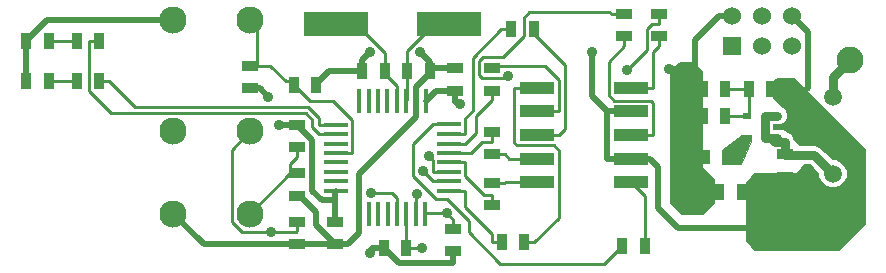
<source format=gtl>
G04 (created by PCBNEW (2013-07-07 BZR 4022)-stable) date 2014-02-07 12:39:16 PM*
%MOIN*%
G04 Gerber Fmt 3.4, Leading zero omitted, Abs format*
%FSLAX34Y34*%
G01*
G70*
G90*
G04 APERTURE LIST*
%ADD10C,0.00590551*%
%ADD11R,0.0177X0.0787*%
%ADD12R,0.0787X0.0177*%
%ADD13R,0.0629921X0.0472441*%
%ADD14R,0.055X0.035*%
%ADD15R,0.035X0.055*%
%ADD16R,0.06X0.06*%
%ADD17C,0.06*%
%ADD18R,0.11811X0.0393701*%
%ADD19C,0.0590551*%
%ADD20R,0.216535X0.0787402*%
%ADD21R,0.03X0.02*%
%ADD22C,0.0905512*%
%ADD23C,0.0893701*%
%ADD24C,0.035*%
%ADD25C,0.02*%
%ADD26C,0.01*%
%ADD27C,0.03*%
%ADD28C,0.00606299*%
%ADD29C,0.001*%
G04 APERTURE END LIST*
G54D10*
G54D11*
X43730Y-28746D03*
X43415Y-28746D03*
X43100Y-28746D03*
X42785Y-28746D03*
X42470Y-28746D03*
X42155Y-28746D03*
X41840Y-28746D03*
X41525Y-28746D03*
X41527Y-24980D03*
X43737Y-24980D03*
X43417Y-24980D03*
X43097Y-24980D03*
X42787Y-24980D03*
X42467Y-24980D03*
X42157Y-24980D03*
X41837Y-24980D03*
G54D12*
X40737Y-27962D03*
X40737Y-27648D03*
X40737Y-27332D03*
X40737Y-27018D03*
X40737Y-26702D03*
X40737Y-26388D03*
X40737Y-26072D03*
X40737Y-25758D03*
X44517Y-27960D03*
X44517Y-27650D03*
X44517Y-27330D03*
X44517Y-27020D03*
X44517Y-26710D03*
X44517Y-26390D03*
X44517Y-26070D03*
X44517Y-25750D03*
G54D13*
X53937Y-26850D03*
X52913Y-26850D03*
G54D14*
X39448Y-28130D03*
X39448Y-27380D03*
G54D15*
X32855Y-24295D03*
X32105Y-24295D03*
X31182Y-22956D03*
X30432Y-22956D03*
X31182Y-24295D03*
X30432Y-24295D03*
G54D14*
X44645Y-29981D03*
X44645Y-29231D03*
G54D15*
X53721Y-24566D03*
X52971Y-24566D03*
X55256Y-24566D03*
X54506Y-24566D03*
X53721Y-25472D03*
X52971Y-25472D03*
X54272Y-27992D03*
X53522Y-27992D03*
X50294Y-29803D03*
X51044Y-29803D03*
G54D14*
X39448Y-29745D03*
X39448Y-28995D03*
X39448Y-25766D03*
X39448Y-26516D03*
G54D15*
X43091Y-29881D03*
X42341Y-29881D03*
X40099Y-24448D03*
X39349Y-24448D03*
G54D14*
X37874Y-23798D03*
X37874Y-24548D03*
G54D15*
X32855Y-22956D03*
X32105Y-22956D03*
X42382Y-23976D03*
X41632Y-23976D03*
X43128Y-23976D03*
X43878Y-23976D03*
G54D14*
X55708Y-26750D03*
X55708Y-27500D03*
X44724Y-23876D03*
X44724Y-24626D03*
G54D15*
X46278Y-29685D03*
X47028Y-29685D03*
G54D14*
X51535Y-22065D03*
X51535Y-22815D03*
X50354Y-22065D03*
X50354Y-22815D03*
X45944Y-28445D03*
X45944Y-27695D03*
X45944Y-26002D03*
X45944Y-26752D03*
X45944Y-24626D03*
X45944Y-23876D03*
G54D15*
X46593Y-22559D03*
X47343Y-22559D03*
G54D14*
X40708Y-28995D03*
X40708Y-29745D03*
G54D16*
X53960Y-23137D03*
G54D17*
X53960Y-22137D03*
X54960Y-23137D03*
X54960Y-22137D03*
X55960Y-23137D03*
X55960Y-22137D03*
G54D18*
X50590Y-26102D03*
X47440Y-26102D03*
X50590Y-25314D03*
X47440Y-25314D03*
X47440Y-24527D03*
X50590Y-24527D03*
X50590Y-26889D03*
X50590Y-27677D03*
X47440Y-27677D03*
X47440Y-26889D03*
G54D19*
X57322Y-24842D03*
X57322Y-27401D03*
G54D20*
X40767Y-22401D03*
X44507Y-22401D03*
G54D21*
X55456Y-26205D03*
X55456Y-25455D03*
X54456Y-26205D03*
X55456Y-25830D03*
X54456Y-25455D03*
G54D22*
X37893Y-22283D03*
X35334Y-22283D03*
X37893Y-25984D03*
X35334Y-25984D03*
X37893Y-28740D03*
X35334Y-28740D03*
G54D23*
X57893Y-28602D03*
X57893Y-23602D03*
G54D24*
X43543Y-23346D03*
X41889Y-23346D03*
X49276Y-23346D03*
X50451Y-23942D03*
X43637Y-27313D03*
X41914Y-28028D03*
X38582Y-29344D03*
X43622Y-29881D03*
X44467Y-28718D03*
X43461Y-28071D03*
X46498Y-24128D03*
X43837Y-26803D03*
X51867Y-23907D03*
X38503Y-24842D03*
X44876Y-25077D03*
X38867Y-25757D03*
X41876Y-30031D03*
G54D25*
X54488Y-29212D02*
X52165Y-29212D01*
X51220Y-26889D02*
X50590Y-26889D01*
X51496Y-28543D02*
X52165Y-29212D01*
X51496Y-27165D02*
X51496Y-28543D01*
X51220Y-26889D02*
X51496Y-27165D01*
X54272Y-27992D02*
X54606Y-27992D01*
X39448Y-28130D02*
X39548Y-28130D01*
X40078Y-29115D02*
X40708Y-29745D01*
X40078Y-28661D02*
X40078Y-29115D01*
X39548Y-28130D02*
X40078Y-28661D01*
X40708Y-29745D02*
X39448Y-29745D01*
X43978Y-23876D02*
X43878Y-23976D01*
X44724Y-23876D02*
X43978Y-23876D01*
X43878Y-23682D02*
X43878Y-23976D01*
X43543Y-23346D02*
X43878Y-23682D01*
X43417Y-24495D02*
X43417Y-24980D01*
X43878Y-24034D02*
X43417Y-24495D01*
X43878Y-23976D02*
X43878Y-24034D01*
X41633Y-23603D02*
X41889Y-23346D01*
X41633Y-23976D02*
X41633Y-23603D01*
X41632Y-23976D02*
X41633Y-23976D01*
X43878Y-23976D02*
X43878Y-23976D01*
X41525Y-29379D02*
X41525Y-28746D01*
X41160Y-29745D02*
X41525Y-29379D01*
X40708Y-29745D02*
X41160Y-29745D01*
X40099Y-24448D02*
X40099Y-24418D01*
X40511Y-23976D02*
X41632Y-23976D01*
X40099Y-24388D02*
X40511Y-23976D01*
X40099Y-24418D02*
X40099Y-24388D01*
X40099Y-24418D02*
X40099Y-24448D01*
X40099Y-24418D02*
X40099Y-24418D01*
X55465Y-25839D02*
X55456Y-25830D01*
X55707Y-25839D02*
X55465Y-25839D01*
X30432Y-22956D02*
X30432Y-24295D01*
X31105Y-22283D02*
X30432Y-22956D01*
X35334Y-22283D02*
X31105Y-22283D01*
X43417Y-24980D02*
X43417Y-24980D01*
X50590Y-26889D02*
X49799Y-26889D01*
X49799Y-26889D02*
X49799Y-25314D01*
X56483Y-22660D02*
X55960Y-22137D01*
X56483Y-24535D02*
X56483Y-22660D01*
X56366Y-24652D02*
X56483Y-24535D01*
X55377Y-24687D02*
X55256Y-24566D01*
X36339Y-29745D02*
X35334Y-28740D01*
X39448Y-29745D02*
X36339Y-29745D01*
X50590Y-25314D02*
X49799Y-25314D01*
X49276Y-24791D02*
X49276Y-23346D01*
X49799Y-25314D02*
X49276Y-24791D01*
X41525Y-27411D02*
X41525Y-28746D01*
X43417Y-25519D02*
X41525Y-27411D01*
X43417Y-24980D02*
X43417Y-25519D01*
X41525Y-28746D02*
X41525Y-28746D01*
G54D26*
X44517Y-27650D02*
X43974Y-27650D01*
X51535Y-22065D02*
X51535Y-22391D01*
X51110Y-23284D02*
X50451Y-23942D01*
X51110Y-22572D02*
X51110Y-23284D01*
X51291Y-22391D02*
X51110Y-22572D01*
X51535Y-22391D02*
X51291Y-22391D01*
X43637Y-27313D02*
X43974Y-27650D01*
X32855Y-24295D02*
X33180Y-24295D01*
X40737Y-25758D02*
X40194Y-25758D01*
X34065Y-25180D02*
X33180Y-24295D01*
X39828Y-25180D02*
X34065Y-25180D01*
X40194Y-25546D02*
X39828Y-25180D01*
X40194Y-25758D02*
X40194Y-25546D01*
X39963Y-25841D02*
X40194Y-26072D01*
X39963Y-25598D02*
X39963Y-25841D01*
X39745Y-25380D02*
X39963Y-25598D01*
X33259Y-25380D02*
X39745Y-25380D01*
X32530Y-24651D02*
X33259Y-25380D01*
X32530Y-22956D02*
X32530Y-24651D01*
X32855Y-22956D02*
X32530Y-22956D01*
X40737Y-26072D02*
X40194Y-26072D01*
X32105Y-22956D02*
X31182Y-22956D01*
X46220Y-30393D02*
X49703Y-30393D01*
X45174Y-29347D02*
X46220Y-30393D01*
X45174Y-29251D02*
X45174Y-29347D01*
X49703Y-30393D02*
X50294Y-29803D01*
X44517Y-25750D02*
X43974Y-25750D01*
X43305Y-26419D02*
X43974Y-25750D01*
X43305Y-27455D02*
X43305Y-26419D01*
X44081Y-28231D02*
X43305Y-27455D01*
X44439Y-28231D02*
X44081Y-28231D01*
X45174Y-28966D02*
X44439Y-28231D01*
X45174Y-29258D02*
X45174Y-29251D01*
X45174Y-29251D02*
X45174Y-28966D01*
X45304Y-23522D02*
X46268Y-22559D01*
X45304Y-25309D02*
X45304Y-23522D01*
X45061Y-25552D02*
X45304Y-25309D01*
X45061Y-26070D02*
X45061Y-25552D01*
X44517Y-26070D02*
X45061Y-26070D01*
X46593Y-22559D02*
X46268Y-22559D01*
X48181Y-28857D02*
X47353Y-29685D01*
X48181Y-26624D02*
X48181Y-28857D01*
X48006Y-26449D02*
X48181Y-26624D01*
X46780Y-26449D02*
X48006Y-26449D01*
X46700Y-26368D02*
X46780Y-26449D01*
X46700Y-24527D02*
X46700Y-26368D01*
X47440Y-24527D02*
X46700Y-24527D01*
X47028Y-29685D02*
X47353Y-29685D01*
X46388Y-27677D02*
X46370Y-27695D01*
X47440Y-27677D02*
X46388Y-27677D01*
X45944Y-27695D02*
X46370Y-27695D01*
X47440Y-25314D02*
X48181Y-25314D01*
X46018Y-23802D02*
X45944Y-23876D01*
X47725Y-23802D02*
X46018Y-23802D01*
X48181Y-24258D02*
X47725Y-23802D01*
X48181Y-25314D02*
X48181Y-24258D01*
X46506Y-26889D02*
X46370Y-26752D01*
X47440Y-26889D02*
X46506Y-26889D01*
X45944Y-26752D02*
X46370Y-26752D01*
X45944Y-24626D02*
X45944Y-24952D01*
X44517Y-26390D02*
X45061Y-26390D01*
X45424Y-25472D02*
X45944Y-24952D01*
X45424Y-26027D02*
X45424Y-25472D01*
X45061Y-26390D02*
X45424Y-26027D01*
X49841Y-23654D02*
X50354Y-23141D01*
X49841Y-24781D02*
X49841Y-23654D01*
X50027Y-24967D02*
X49841Y-24781D01*
X51253Y-24967D02*
X50027Y-24967D01*
X51331Y-25046D02*
X51253Y-24967D01*
X51331Y-26102D02*
X51331Y-25046D01*
X50590Y-26102D02*
X51331Y-26102D01*
X50354Y-22815D02*
X50354Y-23141D01*
X51331Y-23345D02*
X51535Y-23141D01*
X51331Y-24527D02*
X51331Y-23345D01*
X50590Y-24527D02*
X51331Y-24527D01*
X51535Y-22815D02*
X51535Y-23141D01*
X39448Y-27380D02*
X39236Y-27380D01*
X39448Y-26516D02*
X39448Y-26841D01*
X39236Y-27054D02*
X39448Y-26841D01*
X39236Y-27380D02*
X39236Y-27054D01*
X37893Y-28723D02*
X39236Y-27380D01*
X37893Y-28740D02*
X37893Y-28723D01*
X42611Y-28028D02*
X42785Y-28202D01*
X41914Y-28028D02*
X42611Y-28028D01*
X42785Y-28746D02*
X42785Y-28202D01*
X43091Y-29881D02*
X43622Y-29881D01*
X43091Y-29881D02*
X43091Y-29456D01*
X43100Y-28746D02*
X43100Y-29290D01*
X39448Y-28995D02*
X39448Y-29320D01*
X43091Y-29299D02*
X43100Y-29290D01*
X43091Y-29456D02*
X43091Y-29299D01*
X37283Y-26594D02*
X37283Y-28120D01*
X37893Y-25984D02*
X37283Y-26594D01*
X37627Y-29344D02*
X38582Y-29344D01*
X37283Y-29000D02*
X37627Y-29344D01*
X37283Y-28120D02*
X37283Y-29000D01*
X39424Y-29344D02*
X39448Y-29320D01*
X38582Y-29344D02*
X39424Y-29344D01*
X43758Y-28718D02*
X43730Y-28746D01*
X44467Y-28718D02*
X43758Y-28718D01*
X44467Y-28727D02*
X44467Y-28718D01*
X44645Y-28906D02*
X44467Y-28727D01*
X44645Y-29231D02*
X44645Y-28906D01*
X43415Y-28746D02*
X43415Y-28202D01*
X43461Y-28157D02*
X43461Y-28071D01*
X43415Y-28202D02*
X43461Y-28157D01*
X53721Y-25472D02*
X53721Y-25472D01*
X54440Y-25472D02*
X54456Y-25455D01*
X53721Y-25472D02*
X54440Y-25472D01*
X54507Y-25405D02*
X54456Y-25455D01*
X54507Y-24566D02*
X54507Y-25405D01*
X54506Y-24566D02*
X54507Y-24566D01*
X53721Y-24566D02*
X53721Y-24566D01*
X53721Y-24566D02*
X54506Y-24566D01*
G54D27*
X55729Y-26771D02*
X55708Y-26750D01*
X56692Y-26771D02*
X55729Y-26771D01*
X57322Y-27401D02*
X56692Y-26771D01*
X55056Y-25455D02*
X55056Y-26205D01*
X55456Y-25455D02*
X55056Y-25455D01*
X55456Y-26205D02*
X55256Y-26205D01*
X55256Y-26205D02*
X55056Y-26205D01*
X55376Y-26325D02*
X55708Y-26325D01*
X55256Y-26205D02*
X55376Y-26325D01*
X55708Y-26750D02*
X55708Y-26325D01*
G54D26*
X45237Y-26710D02*
X44517Y-26710D01*
X45619Y-26328D02*
X45237Y-26710D01*
X45944Y-26328D02*
X45619Y-26328D01*
X45944Y-26002D02*
X45944Y-26328D01*
G54D27*
X57322Y-24173D02*
X57893Y-23602D01*
X57322Y-24842D02*
X57322Y-24173D01*
G54D26*
X40767Y-22401D02*
X40767Y-22559D01*
X42382Y-23367D02*
X42382Y-23823D01*
X41574Y-22559D02*
X42382Y-23367D01*
X40767Y-22559D02*
X41574Y-22559D01*
X42787Y-24480D02*
X42787Y-24980D01*
X42382Y-24075D02*
X42787Y-24480D01*
X42382Y-23823D02*
X42382Y-24075D01*
X42382Y-23823D02*
X42382Y-23976D01*
X42382Y-23823D02*
X42382Y-23823D01*
X38129Y-22283D02*
X38129Y-22564D01*
X37893Y-22328D02*
X37893Y-22283D01*
X38129Y-22564D02*
X37893Y-22328D01*
X39349Y-24310D02*
X39073Y-24310D01*
X38129Y-23778D02*
X38120Y-23788D01*
X38129Y-22564D02*
X38129Y-23778D01*
X38562Y-23798D02*
X39073Y-24310D01*
X38110Y-23798D02*
X38562Y-23798D01*
X38120Y-23788D02*
X38110Y-23798D01*
X37883Y-23788D02*
X37874Y-23798D01*
X38120Y-23788D02*
X37883Y-23788D01*
X39349Y-24448D02*
X39349Y-24440D01*
X39349Y-24440D02*
X39349Y-24310D01*
X40737Y-26702D02*
X41281Y-26702D01*
X39889Y-24980D02*
X39349Y-24440D01*
X40654Y-24980D02*
X39889Y-24980D01*
X41281Y-25607D02*
X40654Y-24980D01*
X41281Y-26702D02*
X41281Y-25607D01*
X45061Y-27481D02*
X45061Y-27020D01*
X45701Y-28120D02*
X45061Y-27481D01*
X45944Y-28120D02*
X45701Y-28120D01*
X45944Y-28445D02*
X45944Y-28120D01*
X44517Y-27020D02*
X45061Y-27020D01*
X44507Y-22401D02*
X44507Y-22559D01*
X43097Y-24980D02*
X43097Y-24980D01*
X43097Y-24980D02*
X43097Y-24980D01*
X43129Y-23288D02*
X43129Y-23976D01*
X43858Y-22559D02*
X43129Y-23288D01*
X44507Y-22559D02*
X43858Y-22559D01*
X43129Y-24949D02*
X43097Y-24980D01*
X43129Y-23976D02*
X43129Y-24949D01*
X43128Y-23976D02*
X43128Y-23976D01*
X43129Y-23976D02*
X43128Y-23976D01*
X44517Y-27330D02*
X43974Y-27330D01*
X50354Y-22065D02*
X49929Y-22065D01*
X46424Y-24202D02*
X46498Y-24128D01*
X45607Y-24202D02*
X46424Y-24202D01*
X45519Y-24114D02*
X45607Y-24202D01*
X45519Y-23622D02*
X45519Y-24114D01*
X45641Y-23500D02*
X45519Y-23622D01*
X46314Y-23500D02*
X45641Y-23500D01*
X47018Y-22797D02*
X46314Y-23500D01*
X47018Y-22194D02*
X47018Y-22797D01*
X47197Y-22014D02*
X47018Y-22194D01*
X49878Y-22014D02*
X47197Y-22014D01*
X49929Y-22065D02*
X49878Y-22014D01*
X43974Y-26939D02*
X43974Y-27330D01*
X43837Y-26803D02*
X43974Y-26939D01*
X44517Y-27960D02*
X45061Y-27960D01*
X46278Y-29685D02*
X45953Y-29685D01*
X45061Y-28510D02*
X45061Y-27960D01*
X45953Y-29402D02*
X45061Y-28510D01*
X45953Y-29685D02*
X45953Y-29402D01*
X51044Y-29803D02*
X51044Y-28130D01*
X51044Y-28130D02*
X50590Y-27677D01*
X47343Y-22559D02*
X47343Y-22737D01*
X48181Y-26102D02*
X47440Y-26102D01*
X48181Y-26102D02*
X48381Y-25902D01*
X48381Y-23775D02*
X48381Y-25902D01*
X47343Y-22737D02*
X48381Y-23775D01*
X31182Y-24295D02*
X32105Y-24295D01*
G54D25*
X53960Y-22137D02*
X53531Y-22137D01*
X52755Y-24566D02*
X52716Y-24527D01*
X52755Y-24566D02*
X52971Y-24566D01*
X52716Y-22952D02*
X52716Y-24527D01*
X53531Y-22137D02*
X52716Y-22952D01*
X52971Y-25472D02*
X52716Y-25472D01*
X52716Y-25472D02*
X52677Y-25511D01*
X52913Y-26850D02*
X52913Y-26732D01*
X52913Y-26732D02*
X52677Y-26496D01*
X51867Y-23907D02*
X52194Y-23907D01*
X52194Y-23907D02*
X52204Y-23897D01*
X38209Y-24548D02*
X37874Y-24548D01*
X38503Y-24842D02*
X38209Y-24548D01*
X44091Y-24626D02*
X43737Y-24980D01*
X44724Y-24626D02*
X44091Y-24626D01*
X44645Y-29981D02*
X44645Y-30356D01*
X44724Y-24626D02*
X44724Y-25002D01*
X42846Y-30387D02*
X42341Y-29881D01*
X44615Y-30387D02*
X42846Y-30387D01*
X44645Y-30356D02*
X44615Y-30387D01*
X53522Y-27992D02*
X53147Y-27992D01*
X38877Y-25766D02*
X38867Y-25757D01*
X38973Y-25766D02*
X38877Y-25766D01*
X39211Y-25766D02*
X38973Y-25766D01*
X39211Y-25766D02*
X39448Y-25766D01*
X40274Y-28286D02*
X40708Y-28286D01*
X39948Y-27960D02*
X40274Y-28286D01*
X39948Y-26266D02*
X39948Y-27960D01*
X39448Y-25766D02*
X39948Y-26266D01*
X40708Y-28995D02*
X40708Y-28286D01*
X40708Y-27991D02*
X40737Y-27962D01*
X40708Y-28286D02*
X40708Y-27991D01*
X44801Y-25002D02*
X44876Y-25077D01*
X44724Y-25002D02*
X44801Y-25002D01*
X42341Y-29881D02*
X41966Y-29881D01*
X41966Y-29941D02*
X41966Y-29881D01*
X41876Y-30031D02*
X41966Y-29941D01*
G54D10*
G36*
X53355Y-28373D02*
X52979Y-28749D01*
X52322Y-28749D01*
X52296Y-28749D01*
X51920Y-28373D01*
X51920Y-23988D01*
X52217Y-23691D01*
X52664Y-23691D01*
X52961Y-23988D01*
X52961Y-27217D01*
X53355Y-27610D01*
X53355Y-28373D01*
X53355Y-28373D01*
G37*
G54D28*
X53355Y-28373D02*
X52979Y-28749D01*
X52322Y-28749D01*
X52296Y-28749D01*
X51920Y-28373D01*
X51920Y-23988D01*
X52217Y-23691D01*
X52664Y-23691D01*
X52961Y-23988D01*
X52961Y-27217D01*
X53355Y-27610D01*
X53355Y-28373D01*
G54D10*
G36*
X58372Y-29065D02*
X57507Y-29930D01*
X54736Y-29930D01*
X54439Y-29633D01*
X54439Y-27689D01*
X54736Y-27392D01*
X56114Y-27392D01*
X56394Y-27112D01*
X56551Y-27112D01*
X56836Y-27397D01*
X56836Y-27497D01*
X56910Y-27676D01*
X57047Y-27813D01*
X57225Y-27887D01*
X57419Y-27887D01*
X57597Y-27814D01*
X57734Y-27677D01*
X57808Y-27498D01*
X57809Y-27305D01*
X57735Y-27126D01*
X57598Y-26989D01*
X57419Y-26915D01*
X57318Y-26915D01*
X56933Y-26530D01*
X56823Y-26456D01*
X56692Y-26430D01*
X56316Y-26430D01*
X56311Y-26426D01*
X56233Y-26426D01*
X56029Y-26222D01*
X56023Y-26195D01*
X55949Y-26084D01*
X55839Y-26010D01*
X55812Y-26005D01*
X55760Y-25953D01*
X55724Y-25953D01*
X55714Y-25943D01*
X55644Y-25914D01*
X55623Y-25914D01*
X55587Y-25890D01*
X55581Y-25889D01*
X55581Y-25799D01*
X55634Y-25746D01*
X55644Y-25746D01*
X55714Y-25717D01*
X55768Y-25664D01*
X55797Y-25593D01*
X55797Y-25583D01*
X55817Y-25563D01*
X55817Y-25341D01*
X55797Y-25321D01*
X55797Y-25317D01*
X55768Y-25247D01*
X55714Y-25193D01*
X55644Y-25164D01*
X55640Y-25164D01*
X55345Y-24869D01*
X55345Y-24343D01*
X55445Y-24242D01*
X56011Y-24242D01*
X58372Y-26603D01*
X58372Y-29065D01*
X58372Y-29065D01*
G37*
G54D28*
X58372Y-29065D02*
X57507Y-29930D01*
X54736Y-29930D01*
X54439Y-29633D01*
X54439Y-27689D01*
X54736Y-27392D01*
X56114Y-27392D01*
X56394Y-27112D01*
X56551Y-27112D01*
X56836Y-27397D01*
X56836Y-27497D01*
X56910Y-27676D01*
X57047Y-27813D01*
X57225Y-27887D01*
X57419Y-27887D01*
X57597Y-27814D01*
X57734Y-27677D01*
X57808Y-27498D01*
X57809Y-27305D01*
X57735Y-27126D01*
X57598Y-26989D01*
X57419Y-26915D01*
X57318Y-26915D01*
X56933Y-26530D01*
X56823Y-26456D01*
X56692Y-26430D01*
X56316Y-26430D01*
X56311Y-26426D01*
X56233Y-26426D01*
X56029Y-26222D01*
X56023Y-26195D01*
X55949Y-26084D01*
X55839Y-26010D01*
X55812Y-26005D01*
X55760Y-25953D01*
X55724Y-25953D01*
X55714Y-25943D01*
X55644Y-25914D01*
X55623Y-25914D01*
X55587Y-25890D01*
X55581Y-25889D01*
X55581Y-25799D01*
X55634Y-25746D01*
X55644Y-25746D01*
X55714Y-25717D01*
X55768Y-25664D01*
X55797Y-25593D01*
X55797Y-25583D01*
X55817Y-25563D01*
X55817Y-25341D01*
X55797Y-25321D01*
X55797Y-25317D01*
X55768Y-25247D01*
X55714Y-25193D01*
X55644Y-25164D01*
X55640Y-25164D01*
X55345Y-24869D01*
X55345Y-24343D01*
X55445Y-24242D01*
X56011Y-24242D01*
X58372Y-26603D01*
X58372Y-29065D01*
G54D10*
G36*
X54601Y-26298D02*
X54248Y-27081D01*
X53627Y-27081D01*
X53627Y-26692D01*
X53627Y-26616D01*
X54293Y-26107D01*
X54601Y-26107D01*
X54601Y-26298D01*
X54601Y-26298D01*
G37*
G54D29*
X54601Y-26298D02*
X54248Y-27081D01*
X53627Y-27081D01*
X53627Y-26692D01*
X53627Y-26616D01*
X54293Y-26107D01*
X54601Y-26107D01*
X54601Y-26298D01*
M02*

</source>
